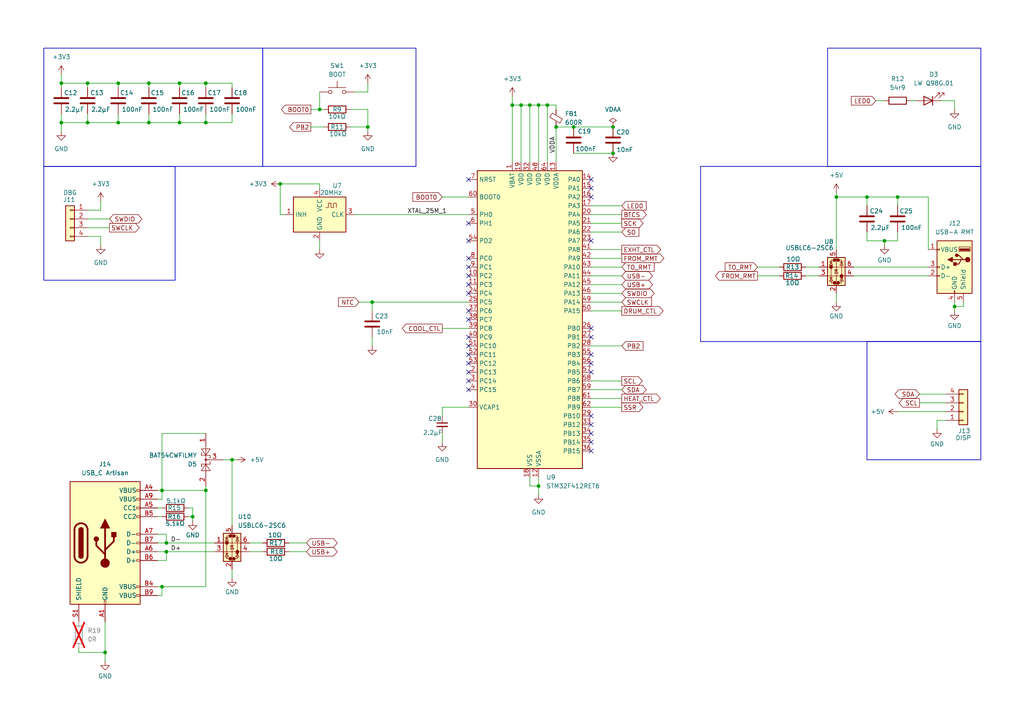
<source format=kicad_sch>
(kicad_sch (version 20231120) (generator "eeschema") (generator_version "8.0")
  (paper "A4")
  (title_block (title "SkyDuino Roaster") (date "${COMMIT_DATE}") (rev "${REVISION}") (company "Raz-1") (comment 2 "${COMMIT_DATE_LONG}") (comment 3 "${COMMIT_HASH} ${GIT_TAG}"))
  (junction (at 25.4 24.13))
  (junction (at 59.69 35.56))
  (junction (at 177.8 36.83))
  (junction (at 106.68 36.83))
  (junction (at 166.37 36.83))
  (junction (at 52.07 24.13))
  (junction (at 59.69 24.13))
  (junction (at 59.69 142.24))
  (junction (at 161.29 36.83))
  (junction (at 276.86 88.9))
  (junction (at 107.95 87.63))
  (junction (at 46.99 170.18))
  (junction (at 242.57 57.15))
  (junction (at 48.26 157.48))
  (junction (at 158.75 30.48))
  (junction (at 43.18 35.56))
  (junction (at 25.4 35.56))
  (junction (at 256.54 69.85))
  (junction (at 177.8 44.45))
  (junction (at 43.18 24.13))
  (junction (at 251.46 57.15))
  (junction (at 34.29 35.56))
  (junction (at 17.78 35.56))
  (junction (at 17.78 24.13))
  (junction (at 156.21 140.97))
  (junction (at 260.35 57.15))
  (junction (at 92.71 31.75))
  (junction (at 48.26 160.02))
  (junction (at 148.59 30.48))
  (junction (at 30.48 189.23))
  (junction (at 156.21 30.48))
  (junction (at 81.28 53.34))
  (junction (at 34.29 24.13))
  (junction (at 151.13 30.48))
  (junction (at 153.67 30.48))
  (junction (at 46.99 142.24))
  (junction (at 67.31 133.35))
  (junction (at 52.07 35.56))
  (junction (at 55.88 149.86))
  (no_connect (at 135.89 80.01))
  (no_connect (at 135.89 100.33))
  (no_connect (at 135.89 52.07))
  (no_connect (at 171.45 107.95))
  (no_connect (at 135.89 110.49))
  (no_connect (at 171.45 57.15))
  (no_connect (at 171.45 125.73))
  (no_connect (at 171.45 128.27))
  (no_connect (at 135.89 74.93))
  (no_connect (at 171.45 120.65))
  (no_connect (at 171.45 102.87))
  (no_connect (at 135.89 102.87))
  (no_connect (at 135.89 105.41))
  (no_connect (at 135.89 97.79))
  (no_connect (at 171.45 123.19))
  (no_connect (at 171.45 69.85))
  (no_connect (at 135.89 107.95))
  (no_connect (at 171.45 52.07))
  (no_connect (at 135.89 82.55))
  (no_connect (at 135.89 69.85))
  (no_connect (at 171.45 54.61))
  (no_connect (at 135.89 90.17))
  (no_connect (at 135.89 64.77))
  (no_connect (at 171.45 97.79))
  (no_connect (at 135.89 77.47))
  (no_connect (at 135.89 85.09))
  (no_connect (at 171.45 95.25))
  (no_connect (at 171.45 130.81))
  (no_connect (at 171.45 105.41))
  (no_connect (at 135.89 92.71))
  (no_connect (at 135.89 113.03))
  (wire (pts (xy 266.7 114.3) (xy 274.32 114.3)))
  (wire (pts (xy 34.29 25.4) (xy 34.29 24.13)))
  (wire (pts (xy 29.21 68.58) (xy 29.21 71.12)))
  (wire (pts (xy 260.35 57.15) (xy 260.35 59.69)))
  (wire (pts (xy 260.35 69.85) (xy 260.35 67.31)))
  (wire (pts (xy 48.26 157.48) (xy 62.23 157.48)))
  (wire (pts (xy 251.46 69.85) (xy 256.54 69.85)))
  (wire (pts (xy 171.45 110.49) (xy 180.34 110.49)))
  (wire (pts (xy 92.71 69.85) (xy 92.71 72.39)))
  (wire (pts (xy 48.26 162.56) (xy 48.26 160.02)))
  (wire (pts (xy 247.65 77.47) (xy 269.24 77.47)))
  (wire (pts (xy 72.39 160.02) (xy 76.2 160.02)))
  (wire (pts (xy 45.72 162.56) (xy 48.26 162.56)))
  (wire (pts (xy 55.88 147.32) (xy 55.88 149.86)))
  (wire (pts (xy 43.18 33.02) (xy 43.18 35.56)))
  (wire (pts (xy 219.71 80.01) (xy 226.06 80.01)))
  (wire (pts (xy 45.72 154.94) (xy 48.26 154.94)))
  (wire (pts (xy 46.99 170.18) (xy 59.69 170.18)))
  (wire (pts (xy 52.07 35.56) (xy 43.18 35.56)))
  (wire (pts (xy 135.89 118.11) (xy 128.27 118.11)))
  (wire (pts (xy 171.45 64.77) (xy 180.34 64.77)))
  (wire (pts (xy 242.57 55.88) (xy 242.57 57.15)))
  (wire (pts (xy 92.71 53.34) (xy 81.28 53.34)))
  (wire (pts (xy 166.37 36.83) (xy 177.8 36.83)))
  (wire (pts (xy 128.27 118.11) (xy 128.27 120.65)))
  (wire (pts (xy 59.69 142.24) (xy 59.69 170.18)))
  (wire (pts (xy 25.4 68.58) (xy 29.21 68.58)))
  (wire (pts (xy 180.34 90.17) (xy 171.45 90.17)))
  (wire (pts (xy 158.75 30.48) (xy 156.21 30.48)))
  (wire (pts (xy 45.72 160.02) (xy 48.26 160.02)))
  (wire (pts (xy 276.86 88.9) (xy 276.86 90.17)))
  (wire (pts (xy 92.71 31.75) (xy 93.98 31.75)))
  (wire (pts (xy 171.45 77.47) (xy 180.34 77.47)))
  (wire (pts (xy 83.82 157.48) (xy 88.9 157.48)))
  (wire (pts (xy 171.45 59.69) (xy 180.34 59.69)))
  (wire (pts (xy 17.78 21.59) (xy 17.78 24.13)))
  (wire (pts (xy 43.18 35.56) (xy 34.29 35.56)))
  (wire (pts (xy 17.78 24.13) (xy 25.4 24.13)))
  (wire (pts (xy 251.46 67.31) (xy 251.46 69.85)))
  (wire (pts (xy 153.67 30.48) (xy 151.13 30.48)))
  (wire (pts (xy 90.17 36.83) (xy 93.98 36.83)))
  (wire (pts (xy 171.45 80.01) (xy 180.34 80.01)))
  (wire (pts (xy 17.78 33.02) (xy 17.78 35.56)))
  (wire (pts (xy 153.67 30.48) (xy 153.67 46.99)))
  (wire (pts (xy 153.67 138.43) (xy 153.67 140.97)))
  (wire (pts (xy 34.29 24.13) (xy 43.18 24.13)))
  (wire (pts (xy 52.07 24.13) (xy 59.69 24.13)))
  (wire (pts (xy 128.27 57.15) (xy 135.89 57.15)))
  (wire (pts (xy 242.57 57.15) (xy 251.46 57.15)))
  (wire (pts (xy 54.61 149.86) (xy 55.88 149.86)))
  (wire (pts (xy 92.71 26.67) (xy 92.71 31.75)))
  (wire (pts (xy 180.34 118.11) (xy 171.45 118.11)))
  (wire (pts (xy 25.4 66.04) (xy 31.75 66.04)))
  (wire (pts (xy 48.26 154.94) (xy 48.26 157.48)))
  (wire (pts (xy 180.34 72.39) (xy 171.45 72.39)))
  (wire (pts (xy 166.37 44.45) (xy 177.8 44.45)))
  (wire (pts (xy 90.17 31.75) (xy 92.71 31.75)))
  (wire (pts (xy 52.07 33.02) (xy 52.07 35.56)))
  (wire (pts (xy 237.49 80.01) (xy 233.68 80.01)))
  (wire (pts (xy 156.21 30.48) (xy 156.21 46.99)))
  (wire (pts (xy 171.45 87.63) (xy 180.34 87.63)))
  (wire (pts (xy 128.27 95.25) (xy 135.89 95.25)))
  (wire (pts (xy 67.31 133.35) (xy 68.58 133.35)))
  (wire (pts (xy 17.78 35.56) (xy 17.78 38.1)))
  (wire (pts (xy 45.72 170.18) (xy 46.99 170.18)))
  (wire (pts (xy 242.57 85.09) (xy 242.57 87.63)))
  (wire (pts (xy 67.31 24.13) (xy 67.31 25.4)))
  (wire (pts (xy 67.31 35.56) (xy 59.69 35.56)))
  (wire (pts (xy 59.69 33.02) (xy 59.69 35.56)))
  (wire (pts (xy 273.05 29.21) (xy 276.86 29.21)))
  (wire (pts (xy 67.31 133.35) (xy 64.77 133.35)))
  (wire (pts (xy 251.46 59.69) (xy 251.46 57.15)))
  (wire (pts (xy 107.95 87.63) (xy 135.89 87.63)))
  (wire (pts (xy 156.21 30.48) (xy 153.67 30.48)))
  (wire (pts (xy 72.39 157.48) (xy 76.2 157.48)))
  (wire (pts (xy 83.82 160.02) (xy 88.9 160.02)))
  (wire (pts (xy 171.45 85.09) (xy 180.34 85.09)))
  (wire (pts (xy 242.57 57.15) (xy 242.57 72.39)))
  (wire (pts (xy 269.24 72.39) (xy 269.24 57.15)))
  (wire (pts (xy 276.86 29.21) (xy 276.86 31.75)))
  (wire (pts (xy 106.68 36.83) (xy 106.68 38.1)))
  (wire (pts (xy 161.29 36.83) (xy 161.29 46.99)))
  (wire (pts (xy 260.35 119.38) (xy 274.32 119.38)))
  (wire (pts (xy 45.72 142.24) (xy 46.99 142.24)))
  (wire (pts (xy 45.72 144.78) (xy 46.99 144.78)))
  (wire (pts (xy 158.75 30.48) (xy 158.75 46.99)))
  (wire (pts (xy 22.86 189.23) (xy 30.48 189.23)))
  (wire (pts (xy 251.46 57.15) (xy 260.35 57.15)))
  (wire (pts (xy 161.29 30.48) (xy 158.75 30.48)))
  (wire (pts (xy 45.72 149.86) (xy 46.99 149.86)))
  (wire (pts (xy 55.88 149.86) (xy 55.88 151.13)))
  (wire (pts (xy 102.87 26.67) (xy 106.68 26.67)))
  (wire (pts (xy 107.95 90.17) (xy 107.95 87.63)))
  (wire (pts (xy 171.45 74.93) (xy 180.34 74.93)))
  (wire (pts (xy 46.99 144.78) (xy 46.99 142.24)))
  (wire (pts (xy 148.59 30.48) (xy 148.59 46.99)))
  (wire (pts (xy 171.45 115.57) (xy 180.34 115.57)))
  (wire (pts (xy 171.45 62.23) (xy 180.34 62.23)))
  (wire (pts (xy 264.16 29.21) (xy 265.43 29.21)))
  (wire (pts (xy 29.21 60.96) (xy 29.21 58.42)))
  (wire (pts (xy 43.18 24.13) (xy 43.18 25.4)))
  (wire (pts (xy 279.4 88.9) (xy 276.86 88.9)))
  (wire (pts (xy 92.71 53.34) (xy 92.71 54.61)))
  (wire (pts (xy 25.4 24.13) (xy 34.29 24.13)))
  (wire (pts (xy 59.69 24.13) (xy 59.69 25.4)))
  (wire (pts (xy 17.78 25.4) (xy 17.78 24.13)))
  (wire (pts (xy 59.69 35.56) (xy 52.07 35.56)))
  (wire (pts (xy 22.86 187.96) (xy 22.86 189.23)))
  (wire (pts (xy 45.72 157.48) (xy 48.26 157.48)))
  (wire (pts (xy 43.18 24.13) (xy 52.07 24.13)))
  (wire (pts (xy 45.72 147.32) (xy 46.99 147.32)))
  (wire (pts (xy 260.35 57.15) (xy 269.24 57.15)))
  (wire (pts (xy 161.29 31.75) (xy 161.29 30.48)))
  (wire (pts (xy 17.78 35.56) (xy 25.4 35.56)))
  (wire (pts (xy 161.29 36.83) (xy 166.37 36.83)))
  (wire (pts (xy 107.95 97.79) (xy 107.95 100.33)))
  (wire (pts (xy 59.69 142.24) (xy 59.69 140.97)))
  (wire (pts (xy 25.4 24.13) (xy 25.4 25.4)))
  (wire (pts (xy 256.54 69.85) (xy 256.54 71.12)))
  (wire (pts (xy 81.28 62.23) (xy 82.55 62.23)))
  (wire (pts (xy 276.86 87.63) (xy 276.86 88.9)))
  (wire (pts (xy 148.59 27.94) (xy 148.59 30.48)))
  (wire (pts (xy 25.4 35.56) (xy 34.29 35.56)))
  (wire (pts (xy 106.68 26.67) (xy 106.68 24.13)))
  (wire (pts (xy 104.14 87.63) (xy 107.95 87.63)))
  (wire (pts (xy 67.31 133.35) (xy 67.31 152.4)))
  (wire (pts (xy 34.29 33.02) (xy 34.29 35.56)))
  (wire (pts (xy 102.87 62.23) (xy 135.89 62.23)))
  (wire (pts (xy 54.61 147.32) (xy 55.88 147.32)))
  (wire (pts (xy 171.45 113.03) (xy 180.34 113.03)))
  (wire (pts (xy 30.48 180.34) (xy 30.48 189.23)))
  (wire (pts (xy 171.45 67.31) (xy 180.34 67.31)))
  (wire (pts (xy 25.4 63.5) (xy 31.75 63.5)))
  (wire (pts (xy 46.99 142.24) (xy 59.69 142.24)))
  (wire (pts (xy 271.78 124.46) (xy 271.78 121.92)))
  (wire (pts (xy 153.67 140.97) (xy 156.21 140.97)))
  (wire (pts (xy 151.13 30.48) (xy 151.13 46.99)))
  (wire (pts (xy 171.45 82.55) (xy 180.34 82.55)))
  (wire (pts (xy 59.69 24.13) (xy 67.31 24.13)))
  (wire (pts (xy 25.4 60.96) (xy 29.21 60.96)))
  (wire (pts (xy 81.28 53.34) (xy 81.28 62.23)))
  (wire (pts (xy 237.49 77.47) (xy 233.68 77.47)))
  (wire (pts (xy 25.4 33.02) (xy 25.4 35.56)))
  (wire (pts (xy 271.78 121.92) (xy 274.32 121.92)))
  (wire (pts (xy 279.4 87.63) (xy 279.4 88.9)))
  (wire (pts (xy 52.07 24.13) (xy 52.07 25.4)))
  (wire (pts (xy 59.69 125.73) (xy 46.99 125.73)))
  (wire (pts (xy 48.26 160.02) (xy 62.23 160.02)))
  (wire (pts (xy 101.6 31.75) (xy 106.68 31.75)))
  (wire (pts (xy 67.31 33.02) (xy 67.31 35.56)))
  (wire (pts (xy 247.65 80.01) (xy 269.24 80.01)))
  (wire (pts (xy 156.21 140.97) (xy 156.21 138.43)))
  (wire (pts (xy 256.54 69.85) (xy 260.35 69.85)))
  (wire (pts (xy 45.72 172.72) (xy 46.99 172.72)))
  (wire (pts (xy 148.59 30.48) (xy 151.13 30.48)))
  (wire (pts (xy 46.99 125.73) (xy 46.99 142.24)))
  (wire (pts (xy 219.71 77.47) (xy 226.06 77.47)))
  (wire (pts (xy 30.48 189.23) (xy 30.48 191.77)))
  (wire (pts (xy 106.68 31.75) (xy 106.68 36.83)))
  (wire (pts (xy 266.7 116.84) (xy 274.32 116.84)))
  (wire (pts (xy 171.45 100.33) (xy 180.34 100.33)))
  (wire (pts (xy 128.27 125.73) (xy 128.27 128.27)))
  (wire (pts (xy 156.21 140.97) (xy 156.21 143.51)))
  (wire (pts (xy 101.6 36.83) (xy 106.68 36.83)))
  (wire (pts (xy 46.99 172.72) (xy 46.99 170.18)))
  (wire (pts (xy 254 29.21) (xy 256.54 29.21)))
  (wire (pts (xy 67.31 165.1) (xy 67.31 167.64)))
  (rectangle (start 251.46 99.06) (end 284.48 133.35) (stroke (width 0.2)))
  (rectangle (start 12.7 13.97) (end 76.2 48.26) (stroke (width 0.2)))
  (rectangle (start 12.7 48.26) (end 50.8 81.28) (stroke (width 0.2)))
  (rectangle (start 76.2 13.97) (end 120.65 48.26) (stroke (width 0.2)))
  (rectangle (start 203.2 48.26) (end 284.48 99.06) (stroke (width 0.2)))
  (rectangle (start 240.03 13.97) (end 284.48 48.26) (stroke (width 0.2)))
  (label "D-" (at 49.53 157.48 0))
  (label "D+" (at 49.53 160.02 0))
  (label "VDDA" (at 161.29 44.45 90))
  (label "XTAL_25M_1" (at 118.11 62.23 0))
  (global_label "SDA" (shape bidirectional) (at 266.7 114.3 180) (property "Intersheetrefs" "${INTERSHEET_REFS}" (effects (hide yes))))
  (global_label "USB-" (shape bidirectional) (at 88.9 157.48 0) (property "Intersheetrefs" "${INTERSHEET_REFS}" (effects (hide yes))))
  (global_label "HEAT_CTL" (shape output) (at 180.34 115.57 0) (property "Intersheetrefs" "${INTERSHEET_REFS}" (effects (hide yes))))
  (global_label "SSR" (shape output) (at 180.34 118.11 0) (property "Intersheetrefs" "${INTERSHEET_REFS}" (effects (hide yes))))
  (global_label "SWDIO" (shape bidirectional) (at 180.34 85.09 0) (property "Intersheetrefs" "${INTERSHEET_REFS}" (effects (hide yes))))
  (global_label "PB2" (shape input) (at 180.34 100.33 0) (property "Intersheetrefs" "${INTERSHEET_REFS}" (effects (hide yes))))
  (global_label "BOOT0" (shape input) (at 128.27 57.15 180) (property "Intersheetrefs" "${INTERSHEET_REFS}" (effects (hide yes))))
  (global_label "SWCLK" (shape input) (at 180.34 87.63 0) (property "Intersheetrefs" "${INTERSHEET_REFS}" (effects (hide yes))))
  (global_label "SDA" (shape bidirectional) (at 180.34 113.03 0) (property "Intersheetrefs" "${INTERSHEET_REFS}" (effects (hide yes))))
  (global_label "TO_RMT" (shape input) (at 219.71 77.47 180) (property "Intersheetrefs" "${INTERSHEET_REFS}" (effects (hide yes))))
  (global_label "LED0" (shape input) (at 180.34 59.69 0) (property "Intersheetrefs" "${INTERSHEET_REFS}" (effects (hide yes))))
  (global_label "SO" (shape input) (at 180.34 67.31 0) (property "Intersheetrefs" "${INTERSHEET_REFS}" (effects (hide yes))))
  (global_label "EXHT_CTL" (shape output) (at 180.34 72.39 0) (property "Intersheetrefs" "${INTERSHEET_REFS}" (effects (hide yes))))
  (global_label "USB+" (shape bidirectional) (at 88.9 160.02 0) (property "Intersheetrefs" "${INTERSHEET_REFS}" (effects (hide yes))))
  (global_label "SWDIO" (shape bidirectional) (at 31.75 63.5 0) (property "Intersheetrefs" "${INTERSHEET_REFS}" (effects (hide yes))))
  (global_label "TO_RMT" (shape input) (at 180.34 77.47 0) (property "Intersheetrefs" "${INTERSHEET_REFS}" (effects (hide yes))))
  (global_label "SCK" (shape output) (at 180.34 64.77 0) (property "Intersheetrefs" "${INTERSHEET_REFS}" (effects (hide yes))))
  (global_label "DRUM_CTL" (shape output) (at 180.34 90.17 0) (property "Intersheetrefs" "${INTERSHEET_REFS}" (effects (hide yes))))
  (global_label "SCL" (shape output) (at 266.7 116.84 180) (property "Intersheetrefs" "${INTERSHEET_REFS}" (effects (hide yes))))
  (global_label "SWCLK" (shape output) (at 31.75 66.04 0) (property "Intersheetrefs" "${INTERSHEET_REFS}" (effects (hide yes))))
  (global_label "SCL" (shape output) (at 180.34 110.49 0) (property "Intersheetrefs" "${INTERSHEET_REFS}" (effects (hide yes))))
  (global_label "FROM_RMT" (shape output) (at 180.34 74.93 0) (property "Intersheetrefs" "${INTERSHEET_REFS}" (effects (hide yes))))
  (global_label "BOOT0" (shape output) (at 90.17 31.75 180) (property "Intersheetrefs" "${INTERSHEET_REFS}" (effects (hide yes))))
  (global_label "BTCS" (shape output) (at 180.34 62.23 0) (property "Intersheetrefs" "${INTERSHEET_REFS}" (effects (hide yes))))
  (global_label "PB2" (shape output) (at 90.17 36.83 180) (property "Intersheetrefs" "${INTERSHEET_REFS}" (effects (hide yes))))
  (global_label "LED0" (shape input) (at 254 29.21 180) (property "Intersheetrefs" "${INTERSHEET_REFS}" (effects (hide yes))))
  (global_label "NTC" (shape input) (at 104.14 87.63 180) (property "Intersheetrefs" "${INTERSHEET_REFS}" (effects (hide yes))))
  (global_label "COOL_CTL" (shape output) (at 128.27 95.25 180) (property "Intersheetrefs" "${INTERSHEET_REFS}" (effects (hide yes))))
  (global_label "USB-" (shape bidirectional) (at 180.34 80.01 0) (property "Intersheetrefs" "${INTERSHEET_REFS}" (effects (hide yes))))
  (global_label "FROM_RMT" (shape output) (at 219.71 80.01 180) (property "Intersheetrefs" "${INTERSHEET_REFS}" (effects (hide yes))))
  (global_label "USB+" (shape bidirectional) (at 180.34 82.55 0) (property "Intersheetrefs" "${INTERSHEET_REFS}" (effects (hide yes))))
  (symbol (lib_id "power:GND") (at 156.21 143.51 0) (unit 1)
    (property "Reference" "#PWR052" (effects (hide yes)))
    (property "Value" "GND" (at 156.21 148.59 0))
    (property "Description" "Power symbol creates a global label with name \"GND\" , ground" (effects (hide yes)))
  )
  (symbol (lib_id "Device:R") (at 229.87 80.01 270) (mirror x) (unit 1)
    (property "Reference" "R14" (at 229.616 80.01 90))
    (property "Value" "10Ω" (at 229.87 82.042 90))
    (property "Footprint" "Resistor_SMD:R_0805_2012Metric_Pad1.20x1.40mm_HandSolder" (effects (hide yes)))
    (property "Datasheet" "https://www.mouser.com/datasheet/2/447/PYu_RC_Group_51_RoHS_L_11-1984063.pdf" (effects (hide yes)))
    (property "Description" "Resistor" (effects (hide yes)))
    (property "LCSC" "C17415" (effects (hide yes)))
    (property "Mouser p/n" "603-RC0805FR-1010RL" (effects (hide yes)))
    (property "Manufacturer p/n" "RC0805FR-1010RL" (effects (hide yes)))
  )
  (symbol (lib_id "Device:R") (at 80.01 157.48 90) (unit 1)
    (property "Reference" "R17" (at 80.01 157.48 90))
    (property "Value" "10Ω" (at 79.756 155.194 90))
    (property "Footprint" "Resistor_SMD:R_0805_2012Metric_Pad1.20x1.40mm_HandSolder" (effects (hide yes)))
    (property "Datasheet" "https://www.mouser.com/datasheet/2/447/PYu_RC_Group_51_RoHS_L_11-1984063.pdf" (effects (hide yes)))
    (property "Description" "Resistor" (effects (hide yes)))
    (property "LCSC" "C17415" (effects (hide yes)))
    (property "Mouser p/n" "603-RC0805FR-1010RL" (effects (hide yes)))
    (property "Manufacturer p/n" "RC0805FR-1010RL" (effects (hide yes)))
  )
  (symbol (lib_id "Device:R") (at 80.01 160.02 90) (unit 1)
    (property "Reference" "R18" (at 80.264 160.02 90))
    (property "Value" "10Ω" (at 80.01 162.052 90))
    (property "Footprint" "Resistor_SMD:R_0805_2012Metric_Pad1.20x1.40mm_HandSolder" (effects (hide yes)))
    (property "Datasheet" "https://www.mouser.com/datasheet/2/447/PYu_RC_Group_51_RoHS_L_11-1984063.pdf" (effects (hide yes)))
    (property "Description" "Resistor" (effects (hide yes)))
    (property "LCSC" "C17415" (effects (hide yes)))
    (property "Mouser p/n" "603-RC0805FR-1010RL" (effects (hide yes)))
    (property "Manufacturer p/n" "RC0805FR-1010RL" (effects (hide yes)))
  )
  (symbol (lib_id "power:GND") (at 256.54 71.12 0) (unit 1)
    (property "Reference" "#PWR043" (effects (hide yes)))
    (property "Value" "GND" (at 256.54 75.438 0))
    (property "Description" "Power symbol creates a global label with name \"GND\" , ground" (effects (hide yes)))
  )
  (symbol (lib_id "Connector:USB_A") (at 276.86 77.47 0) (mirror y) (unit 1)
    (property "Reference" "J12" (at 276.86 64.77 0))
    (property "Value" "USB-A RMT" (at 276.86 67.31 0))
    (property "Footprint" "Connector_USB:USB_A_Molex_67643_Horizontal" (effects (hide yes)))
    (property "Datasheet" "https://www.molex.com/en-us/products/part-detail/676430910?display=pdf" (effects (hide yes)))
    (property "Description" "USB Type A connector" (effects (hide yes)))
    (property "Mouser p/n" "538-67643-0910" (effects (hide yes)))
    (property "Manufacturer p/n" "67643-0910" (effects (hide yes)))
    (property "Config" "-jlcpcb" (effects (hide yes)))
  )
  (symbol (lib_id "power:+3V3") (at 81.28 53.34 90) (unit 1)
    (property "Reference" "#PWR039" (effects (hide yes)))
    (property "Value" "+3V3" (at 77.47 53.3399 90) (effects (justify left)))
    (property "Description" "Power symbol creates a global label with name \"+3V3\"" (effects (hide yes)))
  )
  (symbol (lib_id "power:GND") (at 17.78 38.1 0) (unit 1)
    (property "Reference" "#PWR036" (effects (hide yes)))
    (property "Value" "GND" (at 17.78 43.18 0))
    (property "Description" "Power symbol creates a global label with name \"GND\" , ground" (effects (hide yes)))
  )
  (symbol (lib_id "power:+3V3") (at 106.68 24.13 0) (unit 1)
    (property "Reference" "#PWR033" (effects (hide yes)))
    (property "Value" "+3V3" (at 106.68 19.05 0))
    (property "Description" "Power symbol creates a global label with name \"+3V3\"" (effects (hide yes)))
  )
  (symbol (lib_id "power:GND") (at 276.86 31.75 0) (unit 1)
    (property "Reference" "#PWR035" (effects (hide yes)))
    (property "Value" "GND" (at 276.86 36.83 0))
    (property "Description" "Power symbol creates a global label with name \"GND\" , ground" (effects (hide yes)))
  )
  (symbol (lib_id "power:+3V3") (at 148.59 27.94 0) (unit 1)
    (property "Reference" "#PWR034" (effects (hide yes)))
    (property "Value" "+3V3" (at 148.59 22.86 0))
    (property "Description" "Power symbol creates a global label with name \"+3V3\"" (effects (hide yes)))
  )
  (symbol (lib_id "MCU_ST_STM32F4:STM32F411RETx") (at 153.67 92.71 0) (unit 1)
    (property "Reference" "U9" (at 158.4041 138.43 0) (effects (justify left)))
    (property "Value" "STM32F412RET6" (at 158.4041 140.97 0) (effects (justify left)))
    (property "Footprint" "Package_QFP:LQFP-64_10x10mm_P0.5mm" (effects (hide yes)))
    (property "Datasheet" "https://www.mouser.com/datasheet/2/389/stm32f412ce-1851204.pdf" (effects (hide yes)))
    (property "Description" "STMicroelectronics Arm Cortex-M4 MCU, 512KB flash, 128KB RAM, 100 MHz, 1.7-3.6V, 50 GPIO, LQFP64" (effects (hide yes)))
    (property "LCSC" "STM32F412RET6" (effects (hide yes)))
    (property "Mouser p/n" "511-STM32F412RET6" (effects (hide yes)))
    (property "Manufacturer p/n" "STM32F412RET6" (effects (hide yes)))
  )
  (symbol (lib_id "power:GND") (at 55.88 151.13 0) (unit 1)
    (property "Reference" "#PWR054" (effects (hide yes)))
    (property "Value" "GND" (at 55.88 155.194 0))
    (property "Description" "Power symbol creates a global label with name \"GND\" , ground" (effects (hide yes)))
  )
  (symbol (lib_id "Power_Protection:USBLC6-2SC6") (at 67.31 157.48 0) (unit 1)
    (property "Reference" "U10" (at 68.9611 149.86 0) (effects (justify left)))
    (property "Value" "USBLC6-2SC6" (at 68.9611 152.4 0) (effects (justify left)))
    (property "Footprint" "Package_TO_SOT_SMD:SOT-23-6" (effects (hide yes)))
    (property "Datasheet" "https://www.st.com/resource/en/datasheet/usblc6-2.pdf" (effects (hide yes)))
    (property "Description" "Very low capacitance ESD protection diode, 2 data-line, SOT-23-6" (effects (hide yes)))
    (property "LCSC" "C7519" (effects (hide yes)))
    (property "Mouser p/n" "511-USBLC6-2SC6" (effects (hide yes)))
    (property "Manufacturer p/n" "USBLC6-2SC6" (effects (hide yes)))
    (property "JLCRotOffset" "-90" (effects (hide yes)))
  )
  (symbol (lib_id "Device:R") (at 97.79 36.83 90) (unit 1)
    (property "Reference" "R11" (at 97.79 36.83 90))
    (property "Value" "10kΩ" (at 98.044 38.862 90))
    (property "Footprint" "Resistor_SMD:R_0805_2012Metric_Pad1.20x1.40mm_HandSolder" (effects (hide yes)))
    (property "Datasheet" "https://www.yageo.com/upload/media/product/productsearch/datasheet/rchip/PYu-AC_51_RoHS_L_11.pdf" (effects (hide yes)))
    (property "Description" "Resistor" (effects (hide yes)))
    (property "LCSC" "C17414" (effects (hide yes)))
    (property "Mouser p/n" "603-AC0805JR-0710KL" (effects (hide yes)))
    (property "Manufacturer p/n" "AC0805JR-0710KL" (effects (hide yes)))
  )
  (symbol (lib_id "power:+5V") (at 260.35 119.38 90) (unit 1)
    (property "Reference" "#PWR029" (effects (hide yes)))
    (property "Value" "+5V" (at 256.54 119.3799 90) (effects (justify left)))
    (property "Description" "Power symbol creates a global label with name \"+5V\"" (effects (hide yes)))
  )
  (symbol (lib_id "Device:C") (at 59.69 29.21 0) (unit 1)
    (property "Reference" "C17" (at 60.198 26.924 0) (effects (justify left)))
    (property "Value" "100nF" (at 60.706 31.75 0) (effects (justify left)))
    (property "Footprint" "Capacitor_SMD:C_0805_2012Metric_Pad1.18x1.45mm_HandSolder" (effects (hide yes)))
    (property "Datasheet" "https://product.tdk.com/system/files/dam/doc/product/capacitor/ceramic/mlcc/catalog/mlcc_commercial_midvoltage_en.pdf" (effects (hide yes)))
    (property "Description" "Unpolarized capacitor" (effects (hide yes)))
    (property "Mouser" "https://www.mouser.com/ProductDetail/810-C2012X7R2A104K" (effects (hide yes)))
    (property "LCSC" "C49678" (effects (hide yes)))
    (property "Mouser p/n" "810-C2012X7R2A104K" (effects (hide yes)))
    (property "Manufacturer p/n" "C2012X7R2A104K" (effects (hide yes)))
  )
  (symbol (lib_id "Device:C") (at 67.31 29.21 0) (unit 1)
    (property "Reference" "C18" (at 67.818 26.924 0) (effects (justify left)))
    (property "Value" "100nF" (at 68.326 31.75 0) (effects (justify left)))
    (property "Footprint" "Capacitor_SMD:C_0805_2012Metric_Pad1.18x1.45mm_HandSolder" (effects (hide yes)))
    (property "Datasheet" "https://product.tdk.com/system/files/dam/doc/product/capacitor/ceramic/mlcc/catalog/mlcc_commercial_midvoltage_en.pdf" (effects (hide yes)))
    (property "Description" "Unpolarized capacitor" (effects (hide yes)))
    (property "Mouser" "https://www.mouser.com/ProductDetail/810-C2012X7R2A104K" (effects (hide yes)))
    (property "LCSC" "C49678" (effects (hide yes)))
    (property "Mouser p/n" "810-C2012X7R2A104K" (effects (hide yes)))
    (property "Manufacturer p/n" "C2012X7R2A104K" (effects (hide yes)))
  )
  (symbol (lib_id "power:GND") (at 92.71 72.39 0) (unit 1)
    (property "Reference" "#PWR044" (effects (hide yes)))
    (property "Value" "GND" (effects (hide yes)))
    (property "Description" "Power symbol creates a global label with name \"GND\" , ground" (effects (hide yes)))
  )
  (symbol (lib_id "Switch:SW_Push") (at 97.79 26.67 0) (unit 1)
    (property "Reference" "SW1" (at 97.79 19.05 0))
    (property "Value" "BOOT" (at 97.79 21.59 0))
    (property "Footprint" "Button_Switch_THT:SW_PUSH_6mm_H4.3mm" (effects (hide yes)))
    (property "Description" "Push button switch, generic, two pins" (effects (hide yes)))
    (property "Config" "-jlcpcb" (effects (hide yes)))
  )
  (symbol (lib_id "power:GND") (at 30.48 191.77 0) (unit 1)
    (property "Reference" "#PWR056" (effects (hide yes)))
    (property "Value" "GND" (at 30.48 196.088 0))
    (property "Description" "Power symbol creates a global label with name \"GND\" , ground" (effects (hide yes)))
  )
  (symbol (lib_id "Device:LED") (at 269.24 29.21 180) (unit 1)
    (property "Reference" "D3" (at 270.8275 21.59 0))
    (property "Value" "LW Q98G.01" (at 270.8275 24.13 0))
    (property "Footprint" "LED_SMD:LED_0805_2012Metric_Pad1.15x1.40mm_HandSolder" (effects (hide yes)))
    (property "Datasheet" "https://www.mouser.com/datasheet/2/588/prd_pim_datasheet_23569939_EN_pdf-3317088.pdf" (effects (hide yes)))
    (property "Description" "LW Q98G.01" (effects (hide yes)))
    (property "LCSC" "C34499" (effects (hide yes)))
    (property "Mouser p/n" "720-LWQ98G01R2T13K6L" (effects (hide yes)))
    (property "Manufacturer p/n" "LWQ98G01R2T13K6L" (effects (hide yes)))
  )
  (symbol (lib_id "power:GND") (at 106.68 38.1 0) (unit 1)
    (property "Reference" "#PWR037" (effects (hide yes)))
    (property "Value" "GND" (at 106.68 43.18 0))
    (property "Description" "Power symbol creates a global label with name \"GND\" , ground" (effects (hide yes)))
  )
  (symbol (lib_id "Device:C") (at 17.78 29.21 0) (unit 1)
    (property "Reference" "C12" (at 18.542 26.924 0) (effects (justify left)))
    (property "Value" "2.2µF" (at 18.796 31.75 0) (effects (justify left)))
    (property "Footprint" "Capacitor_SMD:C_0805_2012Metric_Pad1.18x1.45mm_HandSolder" (effects (hide yes)))
    (property "Datasheet" "https://www.mouser.com/datasheet/2/585/MLCC-1837944.pdf" (effects (hide yes)))
    (property "Description" "SMD/SMT 2.2uF0.110V X7R 2012 0805" (effects (hide yes)))
    (property "LCSC" "C377773" (effects (hide yes)))
    (property "Mouser p/n" "187-CL21B225KPFNNNF" (effects (hide yes)))
    (property "Manufacturer p/n" "CL21B225KPFNNNF" (effects (hide yes)))
  )
  (symbol (lib_id "Device:C") (at 166.37 40.64 180) (unit 1)
    (property "Reference" "C19" (at 171.45 38.1 0) (effects (justify left)))
    (property "Value" "100nF" (at 172.974 43.18 0) (effects (justify left)))
    (property "Footprint" "Capacitor_SMD:C_0805_2012Metric_Pad1.18x1.45mm_HandSolder" (effects (hide yes)))
    (property "Datasheet" "https://product.tdk.com/system/files/dam/doc/product/capacitor/ceramic/mlcc/catalog/mlcc_commercial_midvoltage_en.pdf" (effects (hide yes)))
    (property "Description" "Unpolarized capacitor" (effects (hide yes)))
    (property "Mouser" "https://www.mouser.com/ProductDetail/810-C2012X7R2A104K" (effects (hide yes)))
    (property "LCSC" "C49678" (effects (hide yes)))
    (property "Mouser p/n" "810-C2012X7R2A104K" (effects (hide yes)))
    (property "Manufacturer p/n" "C2012X7R2A104K" (effects (hide yes)))
  )
  (symbol (lib_id "power:GND") (at 177.8 44.45 0) (unit 1)
    (property "Reference" "#PWR038" (effects (hide yes)))
    (property "Value" "GND" (effects (hide yes)))
    (property "Description" "Power symbol creates a global label with name \"GND\" , ground" (effects (hide yes)))
  )
  (symbol (lib_id "power:GND") (at 107.95 100.33 0) (unit 1)
    (property "Reference" "#PWR01" (effects (hide yes)))
    (property "Value" "GND" (effects (hide yes)))
    (property "Description" "Power symbol creates a global label with name \"GND\" , ground" (effects (hide yes)))
  )
  (symbol (lib_id "power:+3V3") (at 29.21 58.42 0) (unit 1)
    (property "Reference" "#PWR041" (effects (hide yes)))
    (property "Value" "+3V3" (at 29.21 53.34 0))
    (property "Description" "Power symbol creates a global label with name \"+3V3\"" (effects (hide yes)))
  )
  (symbol (lib_id "power:GND") (at 29.21 71.12 0) (unit 1)
    (property "Reference" "#PWR042" (effects (hide yes)))
    (property "Value" "GND" (at 29.21 76.2 0))
    (property "Description" "Power symbol creates a global label with name \"GND\" , ground" (effects (hide yes)))
  )
  (symbol (lib_id "power:GND") (at 67.31 167.64 0) (unit 1)
    (property "Reference" "#PWR055" (effects (hide yes)))
    (property "Value" "GND" (at 67.31 171.704 0))
    (property "Description" "Power symbol creates a global label with name \"GND\" , ground" (effects (hide yes)))
  )
  (symbol (lib_id "Connector:USB_C_Receptacle_USB2.0_14P") (at 30.48 157.48 0) (unit 1)
    (property "Reference" "J14" (at 30.48 134.62 0))
    (property "Value" "USB_C Artisan" (at 30.48 137.16 0))
    (property "Footprint" "Connectors:USB_C_Receptacle_Molex_Upright" (effects (hide yes)))
    (property "Datasheet" "https://www.molex.com/content/dam/molex/molex-dot-com/products/automated/en-us/salesdrawingpdf/216/216989/2169890001_sd.pdf" (effects (hide yes)))
    (property "Description" "USB 2.0-only 14P Type-C Receptacle connector" (effects (hide yes)))
    (property "Mouser p/n" "538-216989-0001" (effects (hide yes)))
    (property "Manufacturer p/n" "216989-0001" (effects (hide yes)))
    (property "Config" "-jlcpcb" (effects (hide yes)))
    (property "Alternative Mouser p/n" "523-12402054M611A" (effects (hide yes)))
  )
  (symbol (lib_id "Device:C_Small") (at 128.27 123.19 0) (unit 1)
    (property "Reference" "C28" (at 124.206 121.412 0) (effects (justify left)))
    (property "Value" "2.2µF" (at 122.682 125.476 0) (effects (justify left)))
    (property "Footprint" "Capacitor_SMD:C_0805_2012Metric_Pad1.18x1.45mm_HandSolder" (effects (hide yes)))
    (property "Datasheet" "https://www.mouser.com/datasheet/2/585/MLCC-1837944.pdf" (effects (hide yes)))
    (property "Description" "Unpolarized capacitor, small symbol" (effects (hide yes)))
    (property "Mouser" "https://www.mouser.com/ProductDetail/TAIYO-YUDEN/HMK325B7225KM-P" (effects (hide yes)))
    (property "LCSC" "C377773" (effects (hide yes)))
    (property "Mouser p/n" "187-CL21B225KPFNNNF" (effects (hide yes)))
    (property "Manufacturer p/n" "CL21B225KPFNNNF" (effects (hide yes)))
  )
  (symbol (lib_id "Device:C") (at 107.95 93.98 0) (unit 1)
    (property "Reference" "C23" (at 108.712 91.694 0) (effects (justify left)))
    (property "Value" "10nF" (at 109.22 96.266 0) (effects (justify left)))
    (property "Footprint" "Capacitor_SMD:C_0805_2012Metric_Pad1.18x1.45mm_HandSolder" (effects (hide yes)))
    (property "Datasheet" "https://product.tdk.com/system/files/dam/doc/product/capacitor/ceramic/mlcc/catalog/mlcc_commercial_general_en.pdf?ref_disty=mouser" (effects (hide yes)))
    (property "Description" "Unpolarized capacitor" (effects (hide yes)))
    (property "Mouser" "https://www.mouser.com/ProductDetail/TDK/C2012C0G1H103J060AA?qs=dfay7wIA1uESihXTlxZAiQ%3D%3D" (effects (hide yes)))
    (property "LCSC" "C1710" (effects (hide yes)))
    (property "Mouser p/n" "810-C2012C0G1H103J-1" (effects (hide yes)))
    (property "Manufacturer p/n" "C2012C0G1H103J-1" (effects (hide yes)))
  )
  (symbol (lib_id "Device:C") (at 43.18 29.21 0) (unit 1)
    (property "Reference" "C15" (at 43.688 26.924 0) (effects (justify left)))
    (property "Value" "100nF" (at 44.196 31.75 0) (effects (justify left)))
    (property "Footprint" "Capacitor_SMD:C_0805_2012Metric_Pad1.18x1.45mm_HandSolder" (effects (hide yes)))
    (property "Datasheet" "https://product.tdk.com/system/files/dam/doc/product/capacitor/ceramic/mlcc/catalog/mlcc_commercial_midvoltage_en.pdf" (effects (hide yes)))
    (property "Description" "Unpolarized capacitor" (effects (hide yes)))
    (property "Mouser" "https://www.mouser.com/ProductDetail/810-C2012X7R2A104K" (effects (hide yes)))
    (property "LCSC" "C49678" (effects (hide yes)))
    (property "Mouser p/n" "810-C2012X7R2A104K" (effects (hide yes)))
    (property "Manufacturer p/n" "C2012X7R2A104K" (effects (hide yes)))
  )
  (symbol (lib_id "Connector_Generic:Conn_01x04") (at 279.4 119.38 0) (mirror x) (unit 1)
    (property "Reference" "J13" (at 279.654 124.968 0))
    (property "Value" "DISP" (at 279.4 127 0))
    (property "Footprint" "Connector_PinHeader_2.54mm:PinHeader_1x04_P2.54mm_Vertical" (effects (hide yes)))
    (property "Description" "4P single row vertical" (effects (hide yes)))
    (property "Config" "-jlcpcb" (effects (hide yes)))
  )
  (symbol (lib_id "power:GND") (at 271.78 124.46 0) (unit 1)
    (property "Reference" "#PWR050" (effects (hide yes)))
    (property "Value" "GND" (at 271.78 128.778 0))
    (property "Description" "Power symbol creates a global label with name \"GND\" , ground" (effects (hide yes)))
  )
  (symbol (lib_id "Device:R") (at 22.86 184.15 0) (unit 1) (dnp yes)
    (property "Reference" "R19" (at 25.4 182.8799 0) (effects (justify left)))
    (property "Value" "0R" (at 25.4 185.4199 0) (effects (justify left)))
    (property "Footprint" "Resistor_SMD:R_0805_2012Metric_Pad1.20x1.40mm_HandSolder" (effects (hide yes)))
    (property "Description" "Resistor" (effects (hide yes)))
    (property "Config" "-jlcpcb" (effects (hide yes)))
  )
  (symbol (lib_id "Device:C") (at 260.35 63.5 0) (unit 1)
    (property "Reference" "C25" (at 260.858 61.214 0) (effects (justify left)))
    (property "Value" "100nF" (at 261.366 66.04 0) (effects (justify left)))
    (property "Footprint" "Capacitor_SMD:C_0805_2012Metric_Pad1.18x1.45mm_HandSolder" (effects (hide yes)))
    (property "Datasheet" "https://product.tdk.com/system/files/dam/doc/product/capacitor/ceramic/mlcc/catalog/mlcc_commercial_midvoltage_en.pdf" (effects (hide yes)))
    (property "Description" "Unpolarized capacitor" (effects (hide yes)))
    (property "Mouser" "https://www.mouser.com/ProductDetail/810-C2012X7R2A104K" (effects (hide yes)))
    (property "LCSC" "C49678" (effects (hide yes)))
    (property "Mouser p/n" "810-C2012X7R2A104K" (effects (hide yes)))
    (property "Manufacturer p/n" "C2012X7R2A104K" (effects (hide yes)))
  )
  (symbol (lib_id "Device:R") (at 260.35 29.21 90) (unit 1)
    (property "Reference" "R12" (at 260.35 22.86 90))
    (property "Value" "54r9" (at 260.35 25.4 90))
    (property "Footprint" "Resistor_SMD:R_0805_2012Metric_Pad1.20x1.40mm_HandSolder" (effects (hide yes)))
    (property "Datasheet" "https://www.mouser.com/datasheet/2/315/AOA0000C304-1149620.pdf" (effects (hide yes)))
    (property "Description" "SMD Resistor" (effects (hide yes)))
    (property "LCSC" "C17408" (effects (hide yes)))
    (property "Mouser p/n" "667-ERJ-6ENF54R9V" (effects (hide yes)))
    (property "Manufacturer p/n" "ERJ-6ENF54R9V" (effects (hide yes)))
  )
  (symbol (lib_id "Connector_Generic:Conn_01x04") (at 20.32 63.5 0) (mirror y) (unit 1)
    (property "Reference" "J11" (at 20.066 57.912 0))
    (property "Value" "DBG" (at 20.32 55.88 0))
    (property "Footprint" "Connector_PinHeader_2.54mm:PinHeader_1x04_P2.54mm_Vertical" (effects (hide yes)))
    (property "Description" "4P single row vertical" (effects (hide yes)))
    (property "Config" "-jlcpcb" (effects (hide yes)))
  )
  (symbol (lib_id "Power_Protection:USBLC6-2SC6") (at 242.57 77.47 0) (unit 1)
    (property "Reference" "U8" (at 241.808 70.104 0) (effects (justify right)))
    (property "Value" "USBLC6-2SC6" (at 241.808 71.882 0) (effects (justify right)))
    (property "Footprint" "Package_TO_SOT_SMD:SOT-23-6" (effects (hide yes)))
    (property "Datasheet" "https://www.st.com/resource/en/datasheet/usblc6-2.pdf" (effects (hide yes)))
    (property "Description" "Very low capacitance ESD protection diode, 2 data-line, SOT-23-6" (effects (hide yes)))
    (property "LCSC" "C7519" (effects (hide yes)))
    (property "Mouser p/n" "511-USBLC6-2SC6" (effects (hide yes)))
    (property "Manufacturer p/n" "USBLC6-2SC6" (effects (hide yes)))
    (property "JLCRotOffset" "-90" (effects (hide yes)))
  )
  (symbol (lib_id "power:+5V") (at 68.58 133.35 270) (unit 1)
    (property "Reference" "#PWR028" (effects (hide yes)))
    (property "Value" "+5V" (at 72.39 133.3499 90) (effects (justify left)))
    (property "Description" "Power symbol creates a global label with name \"+5V\"" (effects (hide yes)))
  )
  (symbol (lib_id "power:+3V3") (at 17.78 21.59 0) (unit 1)
    (property "Reference" "#PWR032" (effects (hide yes)))
    (property "Value" "+3V3" (at 17.78 16.51 0))
    (property "Description" "Power symbol creates a global label with name \"+3V3\"" (effects (hide yes)))
  )
  (symbol (lib_id "Diode:BAT54CW") (at 59.69 133.35 90) (mirror x) (unit 1)
    (property "Reference" "D5" (at 57.15 134.6201 90) (effects (justify left)))
    (property "Value" "BAT54CWFILMY" (at 57.15 132.0801 90) (effects (justify left)))
    (property "Footprint" "Package_TO_SOT_SMD:SOT-323_SC-70" (effects (hide yes)))
    (property "Datasheet" "https://www.mouser.com/datasheet/2/389/bat54_y-1849048.pdf" (effects (hide yes)))
    (property "Description" "Dual schottky barrier diode, common cathode, SOT-323" (effects (hide yes)))
    (property "LCSC" "C2980568" (effects (hide yes)))
    (property "Mouser p/n" "511-BAT54CWFILMY" (effects (hide yes)))
    (property "Manufacturer p/n" "BAT54CWFILMY" (effects (hide yes)))
  )
  (symbol (lib_id "Device:R") (at 50.8 149.86 90) (unit 1)
    (property "Reference" "R16" (at 50.546 149.86 90))
    (property "Value" "5.1kΩ" (at 50.8 151.892 90))
    (property "Footprint" "Resistor_SMD:R_0805_2012Metric_Pad1.20x1.40mm_HandSolder" (effects (hide yes)))
    (property "Datasheet" "https://www.mouser.com/datasheet/2/447/PYu_RC_Group_51_RoHS_L_11-1984063.pdf" (effects (hide yes)))
    (property "Description" "Resistor" (effects (hide yes)))
    (property "LCSC" "C27834" (effects (hide yes)))
    (property "Mouser p/n" "603-RC0805JR-135K1L" (effects (hide yes)))
    (property "Manufacturer p/n" "RC0805JR-135K1L" (effects (hide yes)))
  )
  (symbol (lib_id "Device:C") (at 52.07 29.21 0) (unit 1)
    (property "Reference" "C16" (at 52.578 26.924 0) (effects (justify left)))
    (property "Value" "100nF" (at 53.086 31.75 0) (effects (justify left)))
    (property "Footprint" "Capacitor_SMD:C_0805_2012Metric_Pad1.18x1.45mm_HandSolder" (effects (hide yes)))
    (property "Datasheet" "https://product.tdk.com/system/files/dam/doc/product/capacitor/ceramic/mlcc/catalog/mlcc_commercial_midvoltage_en.pdf" (effects (hide yes)))
    (property "Description" "Unpolarized capacitor" (effects (hide yes)))
    (property "Mouser" "https://www.mouser.com/ProductDetail/810-C2012X7R2A104K" (effects (hide yes)))
    (property "LCSC" "C49678" (effects (hide yes)))
    (property "Mouser p/n" "810-C2012X7R2A104K" (effects (hide yes)))
    (property "Manufacturer p/n" "C2012X7R2A104K" (effects (hide yes)))
  )
  (symbol (lib_id "power:GND") (at 128.27 128.27 0) (unit 1)
    (property "Reference" "#PWR051" (effects (hide yes)))
    (property "Value" "GND" (at 128.27 133.35 0))
    (property "Description" "Power symbol creates a global label with name \"GND\" , ground" (effects (hide yes)))
  )
  (symbol (lib_id "power:+5V") (at 242.57 55.88 0) (unit 1)
    (property "Reference" "#PWR027" (effects (hide yes)))
    (property "Value" "+5V" (at 242.57 50.8 0))
    (property "Description" "Power symbol creates a global label with name \"+5V\"" (effects (hide yes)))
  )
  (symbol (lib_id "Device:FerriteBead_Small") (at 161.29 34.29 0) (unit 1)
    (property "Reference" "FB1" (at 163.83 32.9818 0) (effects (justify left)))
    (property "Value" "600R" (at 163.83 35.5218 0) (effects (justify left)))
    (property "Footprint" "Inductor_SMD:L_0805_2012Metric_Pad1.05x1.20mm_HandSolder" (effects (hide yes)))
    (property "Datasheet" "https://product.tdk.com/system/files/dam/doc/product/emc/emc/beads/catalog/beads_commercial_signal_mmz2012_en.pdf?ref_disty=mouser" (effects (hide yes)))
    (property "Description" "Ferrite bead, small symbol" (effects (hide yes)))
    (property "LCSC" "C1017" (effects (hide yes)))
    (property "Mouser p/n" "810-MMZ2012R601AT000" (effects (hide yes)))
    (property "Manufacturer p/n" "MMZ2012R601AT000" (effects (hide yes)))
  )
  (symbol (lib_id "Device:C") (at 25.4 29.21 0) (unit 1)
    (property "Reference" "C13" (at 26.162 26.924 0) (effects (justify left)))
    (property "Value" "2.2µF" (at 26.416 31.75 0) (effects (justify left)))
    (property "Footprint" "Capacitor_SMD:C_0805_2012Metric_Pad1.18x1.45mm_HandSolder" (effects (hide yes)))
    (property "Datasheet" "https://www.mouser.com/datasheet/2/585/MLCC-1837944.pdf" (effects (hide yes)))
    (property "Description" "Unpolarized capacitor" (effects (hide yes)))
    (property "LCSC" "C377773" (effects (hide yes)))
    (property "Mouser p/n" "187-CL21B225KPFNNNF" (effects (hide yes)))
    (property "Manufacturer p/n" "CL21B225KPFNNNF" (effects (hide yes)))
  )
  (symbol (lib_id "Device:C") (at 251.46 63.5 0) (unit 1)
    (property "Reference" "C24" (at 252.222 61.214 0) (effects (justify left)))
    (property "Value" "2.2µF" (at 252.476 66.04 0) (effects (justify left)))
    (property "Footprint" "Capacitor_SMD:C_0805_2012Metric_Pad1.18x1.45mm_HandSolder" (effects (hide yes)))
    (property "Datasheet" "https://www.mouser.com/datasheet/2/585/MLCC-1837944.pdf" (effects (hide yes)))
    (property "Description" "Unpolarized capacitor" (effects (hide yes)))
    (property "LCSC" "C377773" (effects (hide yes)))
    (property "Mouser p/n" "187-CL21B225KPFNNNF" (effects (hide yes)))
    (property "Manufacturer p/n" "CL21B225KPFNNNF" (effects (hide yes)))
  )
  (symbol (lib_id "power:GND") (at 276.86 90.17 0) (unit 1)
    (property "Reference" "#PWR046" (effects (hide yes)))
    (property "Value" "GND" (at 276.86 94.488 0))
    (property "Description" "Power symbol creates a global label with name \"GND\" , ground" (effects (hide yes)))
  )
  (symbol (lib_id "Device:C") (at 34.29 29.21 0) (unit 1)
    (property "Reference" "C14" (at 34.798 26.924 0) (effects (justify left)))
    (property "Value" "100nF" (at 35.306 31.75 0) (effects (justify left)))
    (property "Footprint" "Capacitor_SMD:C_0805_2012Metric_Pad1.18x1.45mm_HandSolder" (effects (hide yes)))
    (property "Datasheet" "https://product.tdk.com/system/files/dam/doc/product/capacitor/ceramic/mlcc/catalog/mlcc_commercial_midvoltage_en.pdf" (effects (hide yes)))
    (property "Description" "Unpolarized capacitor" (effects (hide yes)))
    (property "Mouser" "https://www.mouser.com/ProductDetail/810-C2012X7R2A104K" (effects (hide yes)))
    (property "LCSC" "C49678" (effects (hide yes)))
    (property "Mouser p/n" "810-C2012X7R2A104K" (effects (hide yes)))
    (property "Manufacturer p/n" "C2012X7R2A104K" (effects (hide yes)))
  )
  (symbol (lib_id "Device:R") (at 97.79 31.75 90) (unit 1)
    (property "Reference" "R9" (at 97.79 31.75 90))
    (property "Value" "10kΩ" (at 97.79 33.782 90))
    (property "Footprint" "Resistor_SMD:R_0805_2012Metric_Pad1.20x1.40mm_HandSolder" (effects (hide yes)))
    (property "Datasheet" "https://www.yageo.com/upload/media/product/productsearch/datasheet/rchip/PYu-AC_51_RoHS_L_11.pdf" (effects (hide yes)))
    (property "Description" "Resistor" (effects (hide yes)))
    (property "LCSC" "C17414" (effects (hide yes)))
    (property "Mouser p/n" "603-AC0805JR-0710KL" (effects (hide yes)))
    (property "Manufacturer p/n" "AC0805JR-0710KL" (effects (hide yes)))
  )
  (symbol (lib_id "power:PWR_FLAG") (at 177.8 36.83 0) (unit 1)
    (property "Reference" "#FLG04" (effects (hide yes)))
    (property "Value" "VDAA" (at 177.8 31.75 0))
    (property "Description" "Special symbol for telling ERC where power comes from" (effects (hide yes)))
  )
  (symbol (lib_id "Oscillator:KC2520Z") (at 92.71 62.23 0) (unit 1)
    (property "Reference" "U7" (at 97.79 53.848 0))
    (property "Value" "20MHz" (at 96.012 55.88 0))
    (property "Footprint" "Oscillator:Oscillator_SMD_Kyocera_KC2520Z-4Pin_2.5x2.0mm" (effects (hide yes)))
    (property "Datasheet" "https://wmsc.lcsc.com/wmsc/upload/file/pdf/v2/lcsc/2406051011_Shenzhen-SCTF-Elec-SX2M20-000B10F20TNN_C7431315.pdf" (effects (hide yes)))
    (property "Description" "20MHz Clock Osc" (effects (hide yes)))
    (property "LCSC" "C7431315" (effects (hide yes)))
    (property "Manufacturer p/n" "SX2M20.000B10F20TNN" (effects (hide yes)))
  )
  (symbol (lib_id "Device:R") (at 229.87 77.47 270) (mirror x) (unit 1)
    (property "Reference" "R13" (at 229.87 77.47 90))
    (property "Value" "10Ω" (at 230.124 75.184 90))
    (property "Footprint" "Resistor_SMD:R_0805_2012Metric_Pad1.20x1.40mm_HandSolder" (effects (hide yes)))
    (property "Datasheet" "https://www.mouser.com/datasheet/2/447/PYu_RC_Group_51_RoHS_L_11-1984063.pdf" (effects (hide yes)))
    (property "Description" "Resistor" (effects (hide yes)))
    (property "LCSC" "C17415" (effects (hide yes)))
    (property "Mouser p/n" "603-RC0805FR-1010RL" (effects (hide yes)))
    (property "Manufacturer p/n" "RC0805FR-1010RL" (effects (hide yes)))
  )
  (symbol (lib_id "Device:C") (at 177.8 40.64 180) (unit 1)
    (property "Reference" "C20" (at 182.626 38.354 0) (effects (justify left)))
    (property "Value" "10nF" (at 183.642 43.434 0) (effects (justify left)))
    (property "Footprint" "Capacitor_SMD:C_0805_2012Metric_Pad1.18x1.45mm_HandSolder" (effects (hide yes)))
    (property "Datasheet" "https://product.tdk.com/system/files/dam/doc/product/capacitor/ceramic/mlcc/catalog/mlcc_commercial_general_en.pdf?ref_disty=mouser" (effects (hide yes)))
    (property "Description" "Unpolarized capacitor" (effects (hide yes)))
    (property "Mouser" "https://www.mouser.com/ProductDetail/TDK/C2012C0G1H103J060AA?qs=dfay7wIA1uESihXTlxZAiQ%3D%3D" (effects (hide yes)))
    (property "LCSC" "C1710" (effects (hide yes)))
    (property "Mouser p/n" "810-C2012C0G1H103J-1" (effects (hide yes)))
    (property "Manufacturer p/n" "C2012C0G1H103J-1" (effects (hide yes)))
  )
  (symbol (lib_id "Device:R") (at 50.8 147.32 90) (unit 1)
    (property "Reference" "R15" (at 50.546 147.32 90))
    (property "Value" "5.1kΩ" (at 51.054 145.288 90))
    (property "Footprint" "Resistor_SMD:R_0805_2012Metric_Pad1.20x1.40mm_HandSolder" (effects (hide yes)))
    (property "Datasheet" "https://www.mouser.com/datasheet/2/447/PYu_RC_Group_51_RoHS_L_11-1984063.pdf" (effects (hide yes)))
    (property "Description" "Resistor" (effects (hide yes)))
    (property "LCSC" "C27834" (effects (hide yes)))
    (property "Mouser p/n" "603-RC0805JR-135K1L" (effects (hide yes)))
    (property "Manufacturer p/n" "RC0805JR-135K1L" (effects (hide yes)))
  )
  (symbol (lib_id "power:GND") (at 242.57 87.63 0) (mirror y) (unit 1)
    (property "Reference" "#PWR045" (effects (hide yes)))
    (property "Value" "GND" (at 242.57 91.694 0))
    (property "Description" "Power symbol creates a global label with name \"GND\" , ground" (effects (hide yes)))
  )
)
</source>
